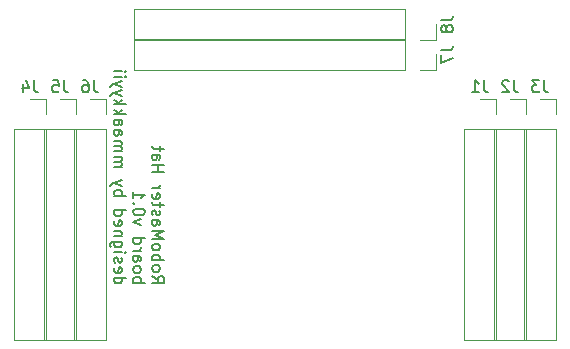
<source format=gbr>
%TF.GenerationSoftware,KiCad,Pcbnew,7.0.6*%
%TF.CreationDate,2024-01-20T12:46:22+09:00*%
%TF.ProjectId,RoboMasterHatBoard,526f626f-4d61-4737-9465-72486174426f,rev?*%
%TF.SameCoordinates,Original*%
%TF.FileFunction,Legend,Bot*%
%TF.FilePolarity,Positive*%
%FSLAX46Y46*%
G04 Gerber Fmt 4.6, Leading zero omitted, Abs format (unit mm)*
G04 Created by KiCad (PCBNEW 7.0.6) date 2024-01-20 12:46:22*
%MOMM*%
%LPD*%
G01*
G04 APERTURE LIST*
%ADD10C,0.150000*%
%ADD11C,0.120000*%
G04 APERTURE END LIST*
D10*
X101775180Y-87356792D02*
X102251371Y-87690125D01*
X101775180Y-87928220D02*
X102775180Y-87928220D01*
X102775180Y-87928220D02*
X102775180Y-87547268D01*
X102775180Y-87547268D02*
X102727561Y-87452030D01*
X102727561Y-87452030D02*
X102679942Y-87404411D01*
X102679942Y-87404411D02*
X102584704Y-87356792D01*
X102584704Y-87356792D02*
X102441847Y-87356792D01*
X102441847Y-87356792D02*
X102346609Y-87404411D01*
X102346609Y-87404411D02*
X102298990Y-87452030D01*
X102298990Y-87452030D02*
X102251371Y-87547268D01*
X102251371Y-87547268D02*
X102251371Y-87928220D01*
X101775180Y-86785363D02*
X101822800Y-86880601D01*
X101822800Y-86880601D02*
X101870419Y-86928220D01*
X101870419Y-86928220D02*
X101965657Y-86975839D01*
X101965657Y-86975839D02*
X102251371Y-86975839D01*
X102251371Y-86975839D02*
X102346609Y-86928220D01*
X102346609Y-86928220D02*
X102394228Y-86880601D01*
X102394228Y-86880601D02*
X102441847Y-86785363D01*
X102441847Y-86785363D02*
X102441847Y-86642506D01*
X102441847Y-86642506D02*
X102394228Y-86547268D01*
X102394228Y-86547268D02*
X102346609Y-86499649D01*
X102346609Y-86499649D02*
X102251371Y-86452030D01*
X102251371Y-86452030D02*
X101965657Y-86452030D01*
X101965657Y-86452030D02*
X101870419Y-86499649D01*
X101870419Y-86499649D02*
X101822800Y-86547268D01*
X101822800Y-86547268D02*
X101775180Y-86642506D01*
X101775180Y-86642506D02*
X101775180Y-86785363D01*
X101775180Y-86023458D02*
X102775180Y-86023458D01*
X102394228Y-86023458D02*
X102441847Y-85928220D01*
X102441847Y-85928220D02*
X102441847Y-85737744D01*
X102441847Y-85737744D02*
X102394228Y-85642506D01*
X102394228Y-85642506D02*
X102346609Y-85594887D01*
X102346609Y-85594887D02*
X102251371Y-85547268D01*
X102251371Y-85547268D02*
X101965657Y-85547268D01*
X101965657Y-85547268D02*
X101870419Y-85594887D01*
X101870419Y-85594887D02*
X101822800Y-85642506D01*
X101822800Y-85642506D02*
X101775180Y-85737744D01*
X101775180Y-85737744D02*
X101775180Y-85928220D01*
X101775180Y-85928220D02*
X101822800Y-86023458D01*
X101775180Y-84975839D02*
X101822800Y-85071077D01*
X101822800Y-85071077D02*
X101870419Y-85118696D01*
X101870419Y-85118696D02*
X101965657Y-85166315D01*
X101965657Y-85166315D02*
X102251371Y-85166315D01*
X102251371Y-85166315D02*
X102346609Y-85118696D01*
X102346609Y-85118696D02*
X102394228Y-85071077D01*
X102394228Y-85071077D02*
X102441847Y-84975839D01*
X102441847Y-84975839D02*
X102441847Y-84832982D01*
X102441847Y-84832982D02*
X102394228Y-84737744D01*
X102394228Y-84737744D02*
X102346609Y-84690125D01*
X102346609Y-84690125D02*
X102251371Y-84642506D01*
X102251371Y-84642506D02*
X101965657Y-84642506D01*
X101965657Y-84642506D02*
X101870419Y-84690125D01*
X101870419Y-84690125D02*
X101822800Y-84737744D01*
X101822800Y-84737744D02*
X101775180Y-84832982D01*
X101775180Y-84832982D02*
X101775180Y-84975839D01*
X101775180Y-84213934D02*
X102775180Y-84213934D01*
X102775180Y-84213934D02*
X102060895Y-83880601D01*
X102060895Y-83880601D02*
X102775180Y-83547268D01*
X102775180Y-83547268D02*
X101775180Y-83547268D01*
X101775180Y-82642506D02*
X102298990Y-82642506D01*
X102298990Y-82642506D02*
X102394228Y-82690125D01*
X102394228Y-82690125D02*
X102441847Y-82785363D01*
X102441847Y-82785363D02*
X102441847Y-82975839D01*
X102441847Y-82975839D02*
X102394228Y-83071077D01*
X101822800Y-82642506D02*
X101775180Y-82737744D01*
X101775180Y-82737744D02*
X101775180Y-82975839D01*
X101775180Y-82975839D02*
X101822800Y-83071077D01*
X101822800Y-83071077D02*
X101918038Y-83118696D01*
X101918038Y-83118696D02*
X102013276Y-83118696D01*
X102013276Y-83118696D02*
X102108514Y-83071077D01*
X102108514Y-83071077D02*
X102156133Y-82975839D01*
X102156133Y-82975839D02*
X102156133Y-82737744D01*
X102156133Y-82737744D02*
X102203752Y-82642506D01*
X101822800Y-82213934D02*
X101775180Y-82118696D01*
X101775180Y-82118696D02*
X101775180Y-81928220D01*
X101775180Y-81928220D02*
X101822800Y-81832982D01*
X101822800Y-81832982D02*
X101918038Y-81785363D01*
X101918038Y-81785363D02*
X101965657Y-81785363D01*
X101965657Y-81785363D02*
X102060895Y-81832982D01*
X102060895Y-81832982D02*
X102108514Y-81928220D01*
X102108514Y-81928220D02*
X102108514Y-82071077D01*
X102108514Y-82071077D02*
X102156133Y-82166315D01*
X102156133Y-82166315D02*
X102251371Y-82213934D01*
X102251371Y-82213934D02*
X102298990Y-82213934D01*
X102298990Y-82213934D02*
X102394228Y-82166315D01*
X102394228Y-82166315D02*
X102441847Y-82071077D01*
X102441847Y-82071077D02*
X102441847Y-81928220D01*
X102441847Y-81928220D02*
X102394228Y-81832982D01*
X102441847Y-81499648D02*
X102441847Y-81118696D01*
X102775180Y-81356791D02*
X101918038Y-81356791D01*
X101918038Y-81356791D02*
X101822800Y-81309172D01*
X101822800Y-81309172D02*
X101775180Y-81213934D01*
X101775180Y-81213934D02*
X101775180Y-81118696D01*
X101822800Y-80404410D02*
X101775180Y-80499648D01*
X101775180Y-80499648D02*
X101775180Y-80690124D01*
X101775180Y-80690124D02*
X101822800Y-80785362D01*
X101822800Y-80785362D02*
X101918038Y-80832981D01*
X101918038Y-80832981D02*
X102298990Y-80832981D01*
X102298990Y-80832981D02*
X102394228Y-80785362D01*
X102394228Y-80785362D02*
X102441847Y-80690124D01*
X102441847Y-80690124D02*
X102441847Y-80499648D01*
X102441847Y-80499648D02*
X102394228Y-80404410D01*
X102394228Y-80404410D02*
X102298990Y-80356791D01*
X102298990Y-80356791D02*
X102203752Y-80356791D01*
X102203752Y-80356791D02*
X102108514Y-80832981D01*
X101775180Y-79928219D02*
X102441847Y-79928219D01*
X102251371Y-79928219D02*
X102346609Y-79880600D01*
X102346609Y-79880600D02*
X102394228Y-79832981D01*
X102394228Y-79832981D02*
X102441847Y-79737743D01*
X102441847Y-79737743D02*
X102441847Y-79642505D01*
X101775180Y-78547266D02*
X102775180Y-78547266D01*
X102298990Y-78547266D02*
X102298990Y-77975838D01*
X101775180Y-77975838D02*
X102775180Y-77975838D01*
X101775180Y-77071076D02*
X102298990Y-77071076D01*
X102298990Y-77071076D02*
X102394228Y-77118695D01*
X102394228Y-77118695D02*
X102441847Y-77213933D01*
X102441847Y-77213933D02*
X102441847Y-77404409D01*
X102441847Y-77404409D02*
X102394228Y-77499647D01*
X101822800Y-77071076D02*
X101775180Y-77166314D01*
X101775180Y-77166314D02*
X101775180Y-77404409D01*
X101775180Y-77404409D02*
X101822800Y-77499647D01*
X101822800Y-77499647D02*
X101918038Y-77547266D01*
X101918038Y-77547266D02*
X102013276Y-77547266D01*
X102013276Y-77547266D02*
X102108514Y-77499647D01*
X102108514Y-77499647D02*
X102156133Y-77404409D01*
X102156133Y-77404409D02*
X102156133Y-77166314D01*
X102156133Y-77166314D02*
X102203752Y-77071076D01*
X102441847Y-76737742D02*
X102441847Y-76356790D01*
X102775180Y-76594885D02*
X101918038Y-76594885D01*
X101918038Y-76594885D02*
X101822800Y-76547266D01*
X101822800Y-76547266D02*
X101775180Y-76452028D01*
X101775180Y-76452028D02*
X101775180Y-76356790D01*
X100165180Y-87928220D02*
X101165180Y-87928220D01*
X100784228Y-87928220D02*
X100831847Y-87832982D01*
X100831847Y-87832982D02*
X100831847Y-87642506D01*
X100831847Y-87642506D02*
X100784228Y-87547268D01*
X100784228Y-87547268D02*
X100736609Y-87499649D01*
X100736609Y-87499649D02*
X100641371Y-87452030D01*
X100641371Y-87452030D02*
X100355657Y-87452030D01*
X100355657Y-87452030D02*
X100260419Y-87499649D01*
X100260419Y-87499649D02*
X100212800Y-87547268D01*
X100212800Y-87547268D02*
X100165180Y-87642506D01*
X100165180Y-87642506D02*
X100165180Y-87832982D01*
X100165180Y-87832982D02*
X100212800Y-87928220D01*
X100165180Y-86880601D02*
X100212800Y-86975839D01*
X100212800Y-86975839D02*
X100260419Y-87023458D01*
X100260419Y-87023458D02*
X100355657Y-87071077D01*
X100355657Y-87071077D02*
X100641371Y-87071077D01*
X100641371Y-87071077D02*
X100736609Y-87023458D01*
X100736609Y-87023458D02*
X100784228Y-86975839D01*
X100784228Y-86975839D02*
X100831847Y-86880601D01*
X100831847Y-86880601D02*
X100831847Y-86737744D01*
X100831847Y-86737744D02*
X100784228Y-86642506D01*
X100784228Y-86642506D02*
X100736609Y-86594887D01*
X100736609Y-86594887D02*
X100641371Y-86547268D01*
X100641371Y-86547268D02*
X100355657Y-86547268D01*
X100355657Y-86547268D02*
X100260419Y-86594887D01*
X100260419Y-86594887D02*
X100212800Y-86642506D01*
X100212800Y-86642506D02*
X100165180Y-86737744D01*
X100165180Y-86737744D02*
X100165180Y-86880601D01*
X100165180Y-85690125D02*
X100688990Y-85690125D01*
X100688990Y-85690125D02*
X100784228Y-85737744D01*
X100784228Y-85737744D02*
X100831847Y-85832982D01*
X100831847Y-85832982D02*
X100831847Y-86023458D01*
X100831847Y-86023458D02*
X100784228Y-86118696D01*
X100212800Y-85690125D02*
X100165180Y-85785363D01*
X100165180Y-85785363D02*
X100165180Y-86023458D01*
X100165180Y-86023458D02*
X100212800Y-86118696D01*
X100212800Y-86118696D02*
X100308038Y-86166315D01*
X100308038Y-86166315D02*
X100403276Y-86166315D01*
X100403276Y-86166315D02*
X100498514Y-86118696D01*
X100498514Y-86118696D02*
X100546133Y-86023458D01*
X100546133Y-86023458D02*
X100546133Y-85785363D01*
X100546133Y-85785363D02*
X100593752Y-85690125D01*
X100165180Y-85213934D02*
X100831847Y-85213934D01*
X100641371Y-85213934D02*
X100736609Y-85166315D01*
X100736609Y-85166315D02*
X100784228Y-85118696D01*
X100784228Y-85118696D02*
X100831847Y-85023458D01*
X100831847Y-85023458D02*
X100831847Y-84928220D01*
X100165180Y-84166315D02*
X101165180Y-84166315D01*
X100212800Y-84166315D02*
X100165180Y-84261553D01*
X100165180Y-84261553D02*
X100165180Y-84452029D01*
X100165180Y-84452029D02*
X100212800Y-84547267D01*
X100212800Y-84547267D02*
X100260419Y-84594886D01*
X100260419Y-84594886D02*
X100355657Y-84642505D01*
X100355657Y-84642505D02*
X100641371Y-84642505D01*
X100641371Y-84642505D02*
X100736609Y-84594886D01*
X100736609Y-84594886D02*
X100784228Y-84547267D01*
X100784228Y-84547267D02*
X100831847Y-84452029D01*
X100831847Y-84452029D02*
X100831847Y-84261553D01*
X100831847Y-84261553D02*
X100784228Y-84166315D01*
X100831847Y-83023457D02*
X100165180Y-82785362D01*
X100165180Y-82785362D02*
X100831847Y-82547267D01*
X101165180Y-81975838D02*
X101165180Y-81880600D01*
X101165180Y-81880600D02*
X101117561Y-81785362D01*
X101117561Y-81785362D02*
X101069942Y-81737743D01*
X101069942Y-81737743D02*
X100974704Y-81690124D01*
X100974704Y-81690124D02*
X100784228Y-81642505D01*
X100784228Y-81642505D02*
X100546133Y-81642505D01*
X100546133Y-81642505D02*
X100355657Y-81690124D01*
X100355657Y-81690124D02*
X100260419Y-81737743D01*
X100260419Y-81737743D02*
X100212800Y-81785362D01*
X100212800Y-81785362D02*
X100165180Y-81880600D01*
X100165180Y-81880600D02*
X100165180Y-81975838D01*
X100165180Y-81975838D02*
X100212800Y-82071076D01*
X100212800Y-82071076D02*
X100260419Y-82118695D01*
X100260419Y-82118695D02*
X100355657Y-82166314D01*
X100355657Y-82166314D02*
X100546133Y-82213933D01*
X100546133Y-82213933D02*
X100784228Y-82213933D01*
X100784228Y-82213933D02*
X100974704Y-82166314D01*
X100974704Y-82166314D02*
X101069942Y-82118695D01*
X101069942Y-82118695D02*
X101117561Y-82071076D01*
X101117561Y-82071076D02*
X101165180Y-81975838D01*
X100260419Y-81213933D02*
X100212800Y-81166314D01*
X100212800Y-81166314D02*
X100165180Y-81213933D01*
X100165180Y-81213933D02*
X100212800Y-81261552D01*
X100212800Y-81261552D02*
X100260419Y-81213933D01*
X100260419Y-81213933D02*
X100165180Y-81213933D01*
X100165180Y-80213934D02*
X100165180Y-80785362D01*
X100165180Y-80499648D02*
X101165180Y-80499648D01*
X101165180Y-80499648D02*
X101022323Y-80594886D01*
X101022323Y-80594886D02*
X100927085Y-80690124D01*
X100927085Y-80690124D02*
X100879466Y-80785362D01*
X98555180Y-87499649D02*
X99555180Y-87499649D01*
X98602800Y-87499649D02*
X98555180Y-87594887D01*
X98555180Y-87594887D02*
X98555180Y-87785363D01*
X98555180Y-87785363D02*
X98602800Y-87880601D01*
X98602800Y-87880601D02*
X98650419Y-87928220D01*
X98650419Y-87928220D02*
X98745657Y-87975839D01*
X98745657Y-87975839D02*
X99031371Y-87975839D01*
X99031371Y-87975839D02*
X99126609Y-87928220D01*
X99126609Y-87928220D02*
X99174228Y-87880601D01*
X99174228Y-87880601D02*
X99221847Y-87785363D01*
X99221847Y-87785363D02*
X99221847Y-87594887D01*
X99221847Y-87594887D02*
X99174228Y-87499649D01*
X98602800Y-86642506D02*
X98555180Y-86737744D01*
X98555180Y-86737744D02*
X98555180Y-86928220D01*
X98555180Y-86928220D02*
X98602800Y-87023458D01*
X98602800Y-87023458D02*
X98698038Y-87071077D01*
X98698038Y-87071077D02*
X99078990Y-87071077D01*
X99078990Y-87071077D02*
X99174228Y-87023458D01*
X99174228Y-87023458D02*
X99221847Y-86928220D01*
X99221847Y-86928220D02*
X99221847Y-86737744D01*
X99221847Y-86737744D02*
X99174228Y-86642506D01*
X99174228Y-86642506D02*
X99078990Y-86594887D01*
X99078990Y-86594887D02*
X98983752Y-86594887D01*
X98983752Y-86594887D02*
X98888514Y-87071077D01*
X98602800Y-86213934D02*
X98555180Y-86118696D01*
X98555180Y-86118696D02*
X98555180Y-85928220D01*
X98555180Y-85928220D02*
X98602800Y-85832982D01*
X98602800Y-85832982D02*
X98698038Y-85785363D01*
X98698038Y-85785363D02*
X98745657Y-85785363D01*
X98745657Y-85785363D02*
X98840895Y-85832982D01*
X98840895Y-85832982D02*
X98888514Y-85928220D01*
X98888514Y-85928220D02*
X98888514Y-86071077D01*
X98888514Y-86071077D02*
X98936133Y-86166315D01*
X98936133Y-86166315D02*
X99031371Y-86213934D01*
X99031371Y-86213934D02*
X99078990Y-86213934D01*
X99078990Y-86213934D02*
X99174228Y-86166315D01*
X99174228Y-86166315D02*
X99221847Y-86071077D01*
X99221847Y-86071077D02*
X99221847Y-85928220D01*
X99221847Y-85928220D02*
X99174228Y-85832982D01*
X98555180Y-85356791D02*
X99221847Y-85356791D01*
X99555180Y-85356791D02*
X99507561Y-85404410D01*
X99507561Y-85404410D02*
X99459942Y-85356791D01*
X99459942Y-85356791D02*
X99507561Y-85309172D01*
X99507561Y-85309172D02*
X99555180Y-85356791D01*
X99555180Y-85356791D02*
X99459942Y-85356791D01*
X99221847Y-84452030D02*
X98412323Y-84452030D01*
X98412323Y-84452030D02*
X98317085Y-84499649D01*
X98317085Y-84499649D02*
X98269466Y-84547268D01*
X98269466Y-84547268D02*
X98221847Y-84642506D01*
X98221847Y-84642506D02*
X98221847Y-84785363D01*
X98221847Y-84785363D02*
X98269466Y-84880601D01*
X98602800Y-84452030D02*
X98555180Y-84547268D01*
X98555180Y-84547268D02*
X98555180Y-84737744D01*
X98555180Y-84737744D02*
X98602800Y-84832982D01*
X98602800Y-84832982D02*
X98650419Y-84880601D01*
X98650419Y-84880601D02*
X98745657Y-84928220D01*
X98745657Y-84928220D02*
X99031371Y-84928220D01*
X99031371Y-84928220D02*
X99126609Y-84880601D01*
X99126609Y-84880601D02*
X99174228Y-84832982D01*
X99174228Y-84832982D02*
X99221847Y-84737744D01*
X99221847Y-84737744D02*
X99221847Y-84547268D01*
X99221847Y-84547268D02*
X99174228Y-84452030D01*
X99221847Y-83975839D02*
X98555180Y-83975839D01*
X99126609Y-83975839D02*
X99174228Y-83928220D01*
X99174228Y-83928220D02*
X99221847Y-83832982D01*
X99221847Y-83832982D02*
X99221847Y-83690125D01*
X99221847Y-83690125D02*
X99174228Y-83594887D01*
X99174228Y-83594887D02*
X99078990Y-83547268D01*
X99078990Y-83547268D02*
X98555180Y-83547268D01*
X98602800Y-82690125D02*
X98555180Y-82785363D01*
X98555180Y-82785363D02*
X98555180Y-82975839D01*
X98555180Y-82975839D02*
X98602800Y-83071077D01*
X98602800Y-83071077D02*
X98698038Y-83118696D01*
X98698038Y-83118696D02*
X99078990Y-83118696D01*
X99078990Y-83118696D02*
X99174228Y-83071077D01*
X99174228Y-83071077D02*
X99221847Y-82975839D01*
X99221847Y-82975839D02*
X99221847Y-82785363D01*
X99221847Y-82785363D02*
X99174228Y-82690125D01*
X99174228Y-82690125D02*
X99078990Y-82642506D01*
X99078990Y-82642506D02*
X98983752Y-82642506D01*
X98983752Y-82642506D02*
X98888514Y-83118696D01*
X98555180Y-81785363D02*
X99555180Y-81785363D01*
X98602800Y-81785363D02*
X98555180Y-81880601D01*
X98555180Y-81880601D02*
X98555180Y-82071077D01*
X98555180Y-82071077D02*
X98602800Y-82166315D01*
X98602800Y-82166315D02*
X98650419Y-82213934D01*
X98650419Y-82213934D02*
X98745657Y-82261553D01*
X98745657Y-82261553D02*
X99031371Y-82261553D01*
X99031371Y-82261553D02*
X99126609Y-82213934D01*
X99126609Y-82213934D02*
X99174228Y-82166315D01*
X99174228Y-82166315D02*
X99221847Y-82071077D01*
X99221847Y-82071077D02*
X99221847Y-81880601D01*
X99221847Y-81880601D02*
X99174228Y-81785363D01*
X98555180Y-80547267D02*
X99555180Y-80547267D01*
X99174228Y-80547267D02*
X99221847Y-80452029D01*
X99221847Y-80452029D02*
X99221847Y-80261553D01*
X99221847Y-80261553D02*
X99174228Y-80166315D01*
X99174228Y-80166315D02*
X99126609Y-80118696D01*
X99126609Y-80118696D02*
X99031371Y-80071077D01*
X99031371Y-80071077D02*
X98745657Y-80071077D01*
X98745657Y-80071077D02*
X98650419Y-80118696D01*
X98650419Y-80118696D02*
X98602800Y-80166315D01*
X98602800Y-80166315D02*
X98555180Y-80261553D01*
X98555180Y-80261553D02*
X98555180Y-80452029D01*
X98555180Y-80452029D02*
X98602800Y-80547267D01*
X99221847Y-79737743D02*
X98555180Y-79499648D01*
X99221847Y-79261553D02*
X98555180Y-79499648D01*
X98555180Y-79499648D02*
X98317085Y-79594886D01*
X98317085Y-79594886D02*
X98269466Y-79642505D01*
X98269466Y-79642505D02*
X98221847Y-79737743D01*
X98555180Y-78118695D02*
X99221847Y-78118695D01*
X99126609Y-78118695D02*
X99174228Y-78071076D01*
X99174228Y-78071076D02*
X99221847Y-77975838D01*
X99221847Y-77975838D02*
X99221847Y-77832981D01*
X99221847Y-77832981D02*
X99174228Y-77737743D01*
X99174228Y-77737743D02*
X99078990Y-77690124D01*
X99078990Y-77690124D02*
X98555180Y-77690124D01*
X99078990Y-77690124D02*
X99174228Y-77642505D01*
X99174228Y-77642505D02*
X99221847Y-77547267D01*
X99221847Y-77547267D02*
X99221847Y-77404410D01*
X99221847Y-77404410D02*
X99174228Y-77309171D01*
X99174228Y-77309171D02*
X99078990Y-77261552D01*
X99078990Y-77261552D02*
X98555180Y-77261552D01*
X98555180Y-76785362D02*
X99221847Y-76785362D01*
X99126609Y-76785362D02*
X99174228Y-76737743D01*
X99174228Y-76737743D02*
X99221847Y-76642505D01*
X99221847Y-76642505D02*
X99221847Y-76499648D01*
X99221847Y-76499648D02*
X99174228Y-76404410D01*
X99174228Y-76404410D02*
X99078990Y-76356791D01*
X99078990Y-76356791D02*
X98555180Y-76356791D01*
X99078990Y-76356791D02*
X99174228Y-76309172D01*
X99174228Y-76309172D02*
X99221847Y-76213934D01*
X99221847Y-76213934D02*
X99221847Y-76071077D01*
X99221847Y-76071077D02*
X99174228Y-75975838D01*
X99174228Y-75975838D02*
X99078990Y-75928219D01*
X99078990Y-75928219D02*
X98555180Y-75928219D01*
X98555180Y-75023458D02*
X99078990Y-75023458D01*
X99078990Y-75023458D02*
X99174228Y-75071077D01*
X99174228Y-75071077D02*
X99221847Y-75166315D01*
X99221847Y-75166315D02*
X99221847Y-75356791D01*
X99221847Y-75356791D02*
X99174228Y-75452029D01*
X98602800Y-75023458D02*
X98555180Y-75118696D01*
X98555180Y-75118696D02*
X98555180Y-75356791D01*
X98555180Y-75356791D02*
X98602800Y-75452029D01*
X98602800Y-75452029D02*
X98698038Y-75499648D01*
X98698038Y-75499648D02*
X98793276Y-75499648D01*
X98793276Y-75499648D02*
X98888514Y-75452029D01*
X98888514Y-75452029D02*
X98936133Y-75356791D01*
X98936133Y-75356791D02*
X98936133Y-75118696D01*
X98936133Y-75118696D02*
X98983752Y-75023458D01*
X98555180Y-74118696D02*
X99078990Y-74118696D01*
X99078990Y-74118696D02*
X99174228Y-74166315D01*
X99174228Y-74166315D02*
X99221847Y-74261553D01*
X99221847Y-74261553D02*
X99221847Y-74452029D01*
X99221847Y-74452029D02*
X99174228Y-74547267D01*
X98602800Y-74118696D02*
X98555180Y-74213934D01*
X98555180Y-74213934D02*
X98555180Y-74452029D01*
X98555180Y-74452029D02*
X98602800Y-74547267D01*
X98602800Y-74547267D02*
X98698038Y-74594886D01*
X98698038Y-74594886D02*
X98793276Y-74594886D01*
X98793276Y-74594886D02*
X98888514Y-74547267D01*
X98888514Y-74547267D02*
X98936133Y-74452029D01*
X98936133Y-74452029D02*
X98936133Y-74213934D01*
X98936133Y-74213934D02*
X98983752Y-74118696D01*
X98555180Y-73642505D02*
X99555180Y-73642505D01*
X98936133Y-73547267D02*
X98555180Y-73261553D01*
X99221847Y-73261553D02*
X98840895Y-73642505D01*
X98555180Y-72832981D02*
X99555180Y-72832981D01*
X98936133Y-72737743D02*
X98555180Y-72452029D01*
X99221847Y-72452029D02*
X98840895Y-72832981D01*
X99221847Y-72118695D02*
X98555180Y-71880600D01*
X99221847Y-71642505D02*
X98555180Y-71880600D01*
X98555180Y-71880600D02*
X98317085Y-71975838D01*
X98317085Y-71975838D02*
X98269466Y-72023457D01*
X98269466Y-72023457D02*
X98221847Y-72118695D01*
X99221847Y-71356790D02*
X98555180Y-71118695D01*
X99221847Y-70880600D02*
X98555180Y-71118695D01*
X98555180Y-71118695D02*
X98317085Y-71213933D01*
X98317085Y-71213933D02*
X98269466Y-71261552D01*
X98269466Y-71261552D02*
X98221847Y-71356790D01*
X98555180Y-70499647D02*
X99221847Y-70499647D01*
X99555180Y-70499647D02*
X99507561Y-70547266D01*
X99507561Y-70547266D02*
X99459942Y-70499647D01*
X99459942Y-70499647D02*
X99507561Y-70452028D01*
X99507561Y-70452028D02*
X99555180Y-70499647D01*
X99555180Y-70499647D02*
X99459942Y-70499647D01*
X98555180Y-70023457D02*
X99221847Y-70023457D01*
X99555180Y-70023457D02*
X99507561Y-70071076D01*
X99507561Y-70071076D02*
X99459942Y-70023457D01*
X99459942Y-70023457D02*
X99507561Y-69975838D01*
X99507561Y-69975838D02*
X99555180Y-70023457D01*
X99555180Y-70023457D02*
X99459942Y-70023457D01*
X91773333Y-70784819D02*
X91773333Y-71499104D01*
X91773333Y-71499104D02*
X91820952Y-71641961D01*
X91820952Y-71641961D02*
X91916190Y-71737200D01*
X91916190Y-71737200D02*
X92059047Y-71784819D01*
X92059047Y-71784819D02*
X92154285Y-71784819D01*
X90868571Y-71118152D02*
X90868571Y-71784819D01*
X91106666Y-70737200D02*
X91344761Y-71451485D01*
X91344761Y-71451485D02*
X90725714Y-71451485D01*
X96853333Y-70784819D02*
X96853333Y-71499104D01*
X96853333Y-71499104D02*
X96900952Y-71641961D01*
X96900952Y-71641961D02*
X96996190Y-71737200D01*
X96996190Y-71737200D02*
X97139047Y-71784819D01*
X97139047Y-71784819D02*
X97234285Y-71784819D01*
X95948571Y-70784819D02*
X96139047Y-70784819D01*
X96139047Y-70784819D02*
X96234285Y-70832438D01*
X96234285Y-70832438D02*
X96281904Y-70880057D01*
X96281904Y-70880057D02*
X96377142Y-71022914D01*
X96377142Y-71022914D02*
X96424761Y-71213390D01*
X96424761Y-71213390D02*
X96424761Y-71594342D01*
X96424761Y-71594342D02*
X96377142Y-71689580D01*
X96377142Y-71689580D02*
X96329523Y-71737200D01*
X96329523Y-71737200D02*
X96234285Y-71784819D01*
X96234285Y-71784819D02*
X96043809Y-71784819D01*
X96043809Y-71784819D02*
X95948571Y-71737200D01*
X95948571Y-71737200D02*
X95900952Y-71689580D01*
X95900952Y-71689580D02*
X95853333Y-71594342D01*
X95853333Y-71594342D02*
X95853333Y-71356247D01*
X95853333Y-71356247D02*
X95900952Y-71261009D01*
X95900952Y-71261009D02*
X95948571Y-71213390D01*
X95948571Y-71213390D02*
X96043809Y-71165771D01*
X96043809Y-71165771D02*
X96234285Y-71165771D01*
X96234285Y-71165771D02*
X96329523Y-71213390D01*
X96329523Y-71213390D02*
X96377142Y-71261009D01*
X96377142Y-71261009D02*
X96424761Y-71356247D01*
X129873333Y-70784819D02*
X129873333Y-71499104D01*
X129873333Y-71499104D02*
X129920952Y-71641961D01*
X129920952Y-71641961D02*
X130016190Y-71737200D01*
X130016190Y-71737200D02*
X130159047Y-71784819D01*
X130159047Y-71784819D02*
X130254285Y-71784819D01*
X128873333Y-71784819D02*
X129444761Y-71784819D01*
X129159047Y-71784819D02*
X129159047Y-70784819D01*
X129159047Y-70784819D02*
X129254285Y-70927676D01*
X129254285Y-70927676D02*
X129349523Y-71022914D01*
X129349523Y-71022914D02*
X129444761Y-71070533D01*
X132413333Y-70784819D02*
X132413333Y-71499104D01*
X132413333Y-71499104D02*
X132460952Y-71641961D01*
X132460952Y-71641961D02*
X132556190Y-71737200D01*
X132556190Y-71737200D02*
X132699047Y-71784819D01*
X132699047Y-71784819D02*
X132794285Y-71784819D01*
X131984761Y-70880057D02*
X131937142Y-70832438D01*
X131937142Y-70832438D02*
X131841904Y-70784819D01*
X131841904Y-70784819D02*
X131603809Y-70784819D01*
X131603809Y-70784819D02*
X131508571Y-70832438D01*
X131508571Y-70832438D02*
X131460952Y-70880057D01*
X131460952Y-70880057D02*
X131413333Y-70975295D01*
X131413333Y-70975295D02*
X131413333Y-71070533D01*
X131413333Y-71070533D02*
X131460952Y-71213390D01*
X131460952Y-71213390D02*
X132032380Y-71784819D01*
X132032380Y-71784819D02*
X131413333Y-71784819D01*
X134953333Y-70784819D02*
X134953333Y-71499104D01*
X134953333Y-71499104D02*
X135000952Y-71641961D01*
X135000952Y-71641961D02*
X135096190Y-71737200D01*
X135096190Y-71737200D02*
X135239047Y-71784819D01*
X135239047Y-71784819D02*
X135334285Y-71784819D01*
X134572380Y-70784819D02*
X133953333Y-70784819D01*
X133953333Y-70784819D02*
X134286666Y-71165771D01*
X134286666Y-71165771D02*
X134143809Y-71165771D01*
X134143809Y-71165771D02*
X134048571Y-71213390D01*
X134048571Y-71213390D02*
X134000952Y-71261009D01*
X134000952Y-71261009D02*
X133953333Y-71356247D01*
X133953333Y-71356247D02*
X133953333Y-71594342D01*
X133953333Y-71594342D02*
X134000952Y-71689580D01*
X134000952Y-71689580D02*
X134048571Y-71737200D01*
X134048571Y-71737200D02*
X134143809Y-71784819D01*
X134143809Y-71784819D02*
X134429523Y-71784819D01*
X134429523Y-71784819D02*
X134524761Y-71737200D01*
X134524761Y-71737200D02*
X134572380Y-71689580D01*
X126244819Y-65706666D02*
X126959104Y-65706666D01*
X126959104Y-65706666D02*
X127101961Y-65659047D01*
X127101961Y-65659047D02*
X127197200Y-65563809D01*
X127197200Y-65563809D02*
X127244819Y-65420952D01*
X127244819Y-65420952D02*
X127244819Y-65325714D01*
X126673390Y-66325714D02*
X126625771Y-66230476D01*
X126625771Y-66230476D02*
X126578152Y-66182857D01*
X126578152Y-66182857D02*
X126482914Y-66135238D01*
X126482914Y-66135238D02*
X126435295Y-66135238D01*
X126435295Y-66135238D02*
X126340057Y-66182857D01*
X126340057Y-66182857D02*
X126292438Y-66230476D01*
X126292438Y-66230476D02*
X126244819Y-66325714D01*
X126244819Y-66325714D02*
X126244819Y-66516190D01*
X126244819Y-66516190D02*
X126292438Y-66611428D01*
X126292438Y-66611428D02*
X126340057Y-66659047D01*
X126340057Y-66659047D02*
X126435295Y-66706666D01*
X126435295Y-66706666D02*
X126482914Y-66706666D01*
X126482914Y-66706666D02*
X126578152Y-66659047D01*
X126578152Y-66659047D02*
X126625771Y-66611428D01*
X126625771Y-66611428D02*
X126673390Y-66516190D01*
X126673390Y-66516190D02*
X126673390Y-66325714D01*
X126673390Y-66325714D02*
X126721009Y-66230476D01*
X126721009Y-66230476D02*
X126768628Y-66182857D01*
X126768628Y-66182857D02*
X126863866Y-66135238D01*
X126863866Y-66135238D02*
X127054342Y-66135238D01*
X127054342Y-66135238D02*
X127149580Y-66182857D01*
X127149580Y-66182857D02*
X127197200Y-66230476D01*
X127197200Y-66230476D02*
X127244819Y-66325714D01*
X127244819Y-66325714D02*
X127244819Y-66516190D01*
X127244819Y-66516190D02*
X127197200Y-66611428D01*
X127197200Y-66611428D02*
X127149580Y-66659047D01*
X127149580Y-66659047D02*
X127054342Y-66706666D01*
X127054342Y-66706666D02*
X126863866Y-66706666D01*
X126863866Y-66706666D02*
X126768628Y-66659047D01*
X126768628Y-66659047D02*
X126721009Y-66611428D01*
X126721009Y-66611428D02*
X126673390Y-66516190D01*
X94313333Y-70784819D02*
X94313333Y-71499104D01*
X94313333Y-71499104D02*
X94360952Y-71641961D01*
X94360952Y-71641961D02*
X94456190Y-71737200D01*
X94456190Y-71737200D02*
X94599047Y-71784819D01*
X94599047Y-71784819D02*
X94694285Y-71784819D01*
X93360952Y-70784819D02*
X93837142Y-70784819D01*
X93837142Y-70784819D02*
X93884761Y-71261009D01*
X93884761Y-71261009D02*
X93837142Y-71213390D01*
X93837142Y-71213390D02*
X93741904Y-71165771D01*
X93741904Y-71165771D02*
X93503809Y-71165771D01*
X93503809Y-71165771D02*
X93408571Y-71213390D01*
X93408571Y-71213390D02*
X93360952Y-71261009D01*
X93360952Y-71261009D02*
X93313333Y-71356247D01*
X93313333Y-71356247D02*
X93313333Y-71594342D01*
X93313333Y-71594342D02*
X93360952Y-71689580D01*
X93360952Y-71689580D02*
X93408571Y-71737200D01*
X93408571Y-71737200D02*
X93503809Y-71784819D01*
X93503809Y-71784819D02*
X93741904Y-71784819D01*
X93741904Y-71784819D02*
X93837142Y-71737200D01*
X93837142Y-71737200D02*
X93884761Y-71689580D01*
X126244819Y-68246666D02*
X126959104Y-68246666D01*
X126959104Y-68246666D02*
X127101961Y-68199047D01*
X127101961Y-68199047D02*
X127197200Y-68103809D01*
X127197200Y-68103809D02*
X127244819Y-67960952D01*
X127244819Y-67960952D02*
X127244819Y-67865714D01*
X126244819Y-68627619D02*
X126244819Y-69294285D01*
X126244819Y-69294285D02*
X127244819Y-68865714D01*
D11*
%TO.C,J4*%
X92770000Y-92770000D02*
X90110000Y-92770000D01*
X92770000Y-74930000D02*
X92770000Y-92770000D01*
X92770000Y-74930000D02*
X90110000Y-74930000D01*
X92770000Y-73660000D02*
X92770000Y-72330000D01*
X92770000Y-72330000D02*
X91440000Y-72330000D01*
X90110000Y-74930000D02*
X90110000Y-92770000D01*
%TO.C,J6*%
X97850000Y-92770000D02*
X95190000Y-92770000D01*
X97850000Y-74930000D02*
X97850000Y-92770000D01*
X97850000Y-74930000D02*
X95190000Y-74930000D01*
X97850000Y-73660000D02*
X97850000Y-72330000D01*
X97850000Y-72330000D02*
X96520000Y-72330000D01*
X95190000Y-74930000D02*
X95190000Y-92770000D01*
%TO.C,J1*%
X130870000Y-92770000D02*
X128210000Y-92770000D01*
X130870000Y-74930000D02*
X130870000Y-92770000D01*
X130870000Y-74930000D02*
X128210000Y-74930000D01*
X130870000Y-73660000D02*
X130870000Y-72330000D01*
X130870000Y-72330000D02*
X129540000Y-72330000D01*
X128210000Y-74930000D02*
X128210000Y-92770000D01*
%TO.C,J2*%
X133410000Y-92770000D02*
X130750000Y-92770000D01*
X133410000Y-74930000D02*
X133410000Y-92770000D01*
X133410000Y-74930000D02*
X130750000Y-74930000D01*
X133410000Y-73660000D02*
X133410000Y-72330000D01*
X133410000Y-72330000D02*
X132080000Y-72330000D01*
X130750000Y-74930000D02*
X130750000Y-92770000D01*
%TO.C,J3*%
X135950000Y-92770000D02*
X133290000Y-92770000D01*
X135950000Y-74930000D02*
X135950000Y-92770000D01*
X135950000Y-74930000D02*
X133290000Y-74930000D01*
X135950000Y-73660000D02*
X135950000Y-72330000D01*
X135950000Y-72330000D02*
X134620000Y-72330000D01*
X133290000Y-74930000D02*
X133290000Y-92770000D01*
%TO.C,J8*%
X100270000Y-67370000D02*
X100270000Y-64710000D01*
X123190000Y-67370000D02*
X100270000Y-67370000D01*
X123190000Y-67370000D02*
X123190000Y-64710000D01*
X124460000Y-67370000D02*
X125790000Y-67370000D01*
X125790000Y-67370000D02*
X125790000Y-66040000D01*
X123190000Y-64710000D02*
X100270000Y-64710000D01*
%TO.C,J5*%
X95310000Y-92770000D02*
X92650000Y-92770000D01*
X95310000Y-74930000D02*
X95310000Y-92770000D01*
X95310000Y-74930000D02*
X92650000Y-74930000D01*
X95310000Y-73660000D02*
X95310000Y-72330000D01*
X95310000Y-72330000D02*
X93980000Y-72330000D01*
X92650000Y-74930000D02*
X92650000Y-92770000D01*
%TO.C,J7*%
X100270000Y-69910000D02*
X100270000Y-67250000D01*
X123190000Y-69910000D02*
X100270000Y-69910000D01*
X123190000Y-69910000D02*
X123190000Y-67250000D01*
X124460000Y-69910000D02*
X125790000Y-69910000D01*
X125790000Y-69910000D02*
X125790000Y-68580000D01*
X123190000Y-67250000D02*
X100270000Y-67250000D01*
%TD*%
M02*

</source>
